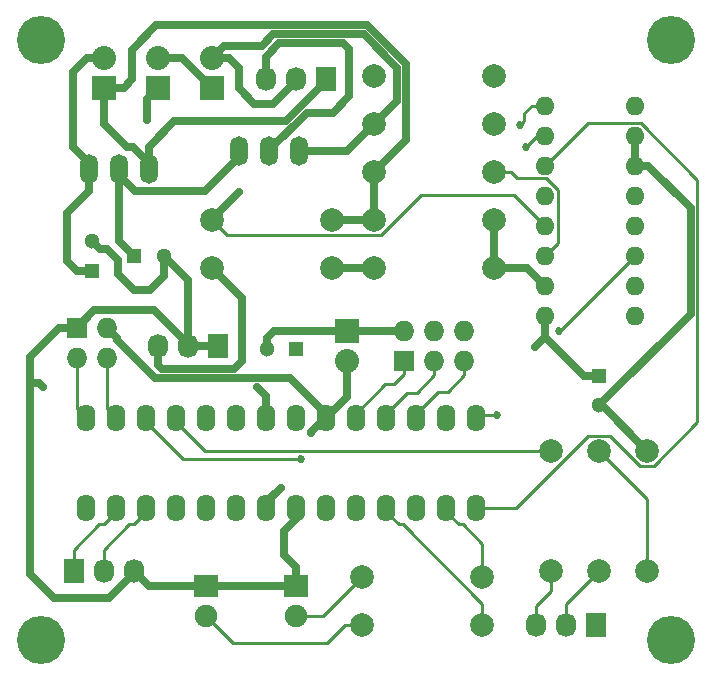
<source format=gbr>
G04 #@! TF.FileFunction,Copper,L2,Bot,Signal*
%FSLAX46Y46*%
G04 Gerber Fmt 4.6, Leading zero omitted, Abs format (unit mm)*
G04 Created by KiCad (PCBNEW 4.0.2-stable) date 2016-10-26 13:47:51*
%MOMM*%
G01*
G04 APERTURE LIST*
%ADD10C,0.100000*%
%ADD11R,1.300000X1.300000*%
%ADD12C,1.300000*%
%ADD13R,2.000000X1.900000*%
%ADD14C,1.900000*%
%ADD15R,1.727200X1.727200*%
%ADD16O,1.727200X1.727200*%
%ADD17R,1.727200X2.032000*%
%ADD18O,1.727200X2.032000*%
%ADD19R,2.032000X2.032000*%
%ADD20O,2.032000X2.032000*%
%ADD21C,1.998980*%
%ADD22O,1.501140X2.499360*%
%ADD23O,1.600000X1.600000*%
%ADD24O,1.600000X2.300000*%
%ADD25C,4.064000*%
%ADD26C,0.685800*%
%ADD27C,0.635000*%
%ADD28C,0.254000*%
G04 APERTURE END LIST*
D10*
D11*
X140970000Y-59182000D03*
D12*
X138470000Y-59182000D03*
D11*
X123698000Y-52578000D03*
D12*
X123698000Y-50078000D03*
D11*
X127254000Y-51308000D03*
D12*
X129754000Y-51308000D03*
D11*
X166624000Y-61468000D03*
D12*
X166624000Y-63968000D03*
D13*
X140970000Y-79248000D03*
D14*
X140970000Y-81788000D03*
D13*
X133350000Y-79248000D03*
D14*
X133350000Y-81788000D03*
D15*
X150114000Y-60198000D03*
D16*
X150114000Y-57658000D03*
X152654000Y-60198000D03*
X152654000Y-57658000D03*
X155194000Y-60198000D03*
X155194000Y-57658000D03*
D17*
X166370000Y-82550000D03*
D18*
X163830000Y-82550000D03*
X161290000Y-82550000D03*
D19*
X145288000Y-57658000D03*
D20*
X145288000Y-60198000D03*
D19*
X124714000Y-37084000D03*
D20*
X124714000Y-34544000D03*
D17*
X122174000Y-77978000D03*
D18*
X124714000Y-77978000D03*
X127254000Y-77978000D03*
D19*
X133858000Y-37084000D03*
D20*
X133858000Y-34544000D03*
D19*
X129286000Y-37084000D03*
D20*
X129286000Y-34544000D03*
D21*
X156718000Y-78486000D03*
X146558000Y-78486000D03*
X170688000Y-67818000D03*
X170688000Y-77978000D03*
X156718000Y-82550000D03*
X146558000Y-82550000D03*
X166624000Y-77978000D03*
X166624000Y-67818000D03*
X147574000Y-36068000D03*
X157734000Y-36068000D03*
X162560000Y-67818000D03*
X162560000Y-77978000D03*
X144018000Y-52324000D03*
X133858000Y-52324000D03*
X157734000Y-48260000D03*
X147574000Y-48260000D03*
X147574000Y-52324000D03*
X157734000Y-52324000D03*
X157734000Y-44196000D03*
X147574000Y-44196000D03*
X147574000Y-40132000D03*
X157734000Y-40132000D03*
X144018000Y-48260000D03*
X133858000Y-48260000D03*
D17*
X134366000Y-58928000D03*
D18*
X131826000Y-58928000D03*
X129286000Y-58928000D03*
D17*
X143510000Y-36322000D03*
D18*
X140970000Y-36322000D03*
X138430000Y-36322000D03*
D22*
X125984000Y-43942000D03*
X128524000Y-43942000D03*
X123444000Y-43942000D03*
X138684000Y-42418000D03*
X141224000Y-42418000D03*
X136144000Y-42418000D03*
D15*
X122428000Y-57404000D03*
D16*
X124968000Y-57404000D03*
X122428000Y-59944000D03*
X124968000Y-59944000D03*
D23*
X169672000Y-56388000D03*
X169672000Y-53848000D03*
X169672000Y-51308000D03*
X169672000Y-48768000D03*
X169672000Y-46228000D03*
X169672000Y-43688000D03*
X169672000Y-41148000D03*
X169672000Y-38608000D03*
X162052000Y-38608000D03*
X162052000Y-41148000D03*
X162052000Y-43688000D03*
X162052000Y-46228000D03*
X162052000Y-48768000D03*
X162052000Y-51308000D03*
X162052000Y-53848000D03*
X162052000Y-56388000D03*
D24*
X123190000Y-72644000D03*
X125730000Y-72644000D03*
X128270000Y-72644000D03*
X130810000Y-72644000D03*
X133350000Y-72644000D03*
X135890000Y-72644000D03*
X138430000Y-72644000D03*
X140970000Y-72644000D03*
X143510000Y-72644000D03*
X146050000Y-72644000D03*
X148590000Y-72644000D03*
X151130000Y-72644000D03*
X153670000Y-72644000D03*
X156210000Y-72644000D03*
X156210000Y-65024000D03*
X153670000Y-65024000D03*
X151130000Y-65024000D03*
X148590000Y-65024000D03*
X146050000Y-65024000D03*
X143510000Y-65024000D03*
X140970000Y-65024000D03*
X138430000Y-65024000D03*
X135890000Y-65024000D03*
X133350000Y-65024000D03*
X130810000Y-65024000D03*
X128270000Y-65024000D03*
X125730000Y-65024000D03*
X123190000Y-65024000D03*
D25*
X119380000Y-33020000D03*
X172720000Y-33020000D03*
X172720000Y-83820000D03*
X119380000Y-83820000D03*
D26*
X119557800Y-62458600D03*
X137668000Y-62433220D03*
X161213800Y-59029600D03*
X142265400Y-66344800D03*
X139674600Y-70942200D03*
X128371600Y-39852600D03*
X136169400Y-45897800D03*
X141427200Y-68478400D03*
X163245800Y-57658000D03*
X159969200Y-40233600D03*
X157988000Y-64770000D03*
X160426400Y-42062400D03*
D27*
X118440200Y-78282800D02*
X118440200Y-62280800D01*
X118440200Y-62280800D02*
X118440200Y-59893200D01*
X119557800Y-62458600D02*
X119214901Y-62115701D01*
X119214901Y-62115701D02*
X118605299Y-62115701D01*
X118605299Y-62115701D02*
X118440200Y-62280800D01*
X138430000Y-65024000D02*
X138430000Y-63195220D01*
X138430000Y-63195220D02*
X137668000Y-62433220D01*
X118440200Y-59893200D02*
X120929400Y-57404000D01*
X120929400Y-57404000D02*
X122428000Y-57404000D01*
X120446800Y-80289400D02*
X118440200Y-78282800D01*
X125095000Y-80289400D02*
X120446800Y-80289400D01*
X127254000Y-77978000D02*
X127254000Y-78130400D01*
X127254000Y-78130400D02*
X125095000Y-80289400D01*
X169672000Y-41148000D02*
X169672000Y-43688000D01*
X174371000Y-47255630D02*
X174371000Y-56221000D01*
X174371000Y-56221000D02*
X166624000Y-63968000D01*
X169672000Y-43688000D02*
X170803370Y-43688000D01*
X170803370Y-43688000D02*
X174371000Y-47255630D01*
X166624000Y-63968000D02*
X166838000Y-63968000D01*
X166838000Y-63968000D02*
X170688000Y-67818000D01*
X133350000Y-79248000D02*
X134985000Y-79248000D01*
X134985000Y-79248000D02*
X140970000Y-79248000D01*
X133350000Y-79248000D02*
X128524000Y-79248000D01*
X128524000Y-79248000D02*
X127254000Y-77978000D01*
X140970000Y-79248000D02*
X140970000Y-77663000D01*
X140970000Y-77663000D02*
X139928600Y-76621600D01*
X139928600Y-76621600D02*
X139928600Y-74625200D01*
X140970000Y-73583800D02*
X139928600Y-74625200D01*
X140970000Y-72644000D02*
X140970000Y-73583800D01*
X127076200Y-33858200D02*
X129133620Y-31800780D01*
X129133620Y-31800780D02*
X147000624Y-31800780D01*
X147000624Y-31800780D02*
X150291810Y-35091966D01*
X150291810Y-35091966D02*
X150291810Y-41478190D01*
X150291810Y-41478190D02*
X148573489Y-43196511D01*
X148573489Y-43196511D02*
X147574000Y-44196000D01*
X127076200Y-36372800D02*
X127076200Y-33858200D01*
X124714000Y-37084000D02*
X126365000Y-37084000D01*
X126365000Y-37084000D02*
X127076200Y-36372800D01*
X145288000Y-57658000D02*
X150114000Y-57658000D01*
X138470000Y-59182000D02*
X138470000Y-58262762D01*
X138470000Y-58262762D02*
X139074762Y-57658000D01*
X139074762Y-57658000D02*
X143637000Y-57658000D01*
X143637000Y-57658000D02*
X145288000Y-57658000D01*
X122428000Y-57404000D02*
X123901200Y-55930800D01*
X123901200Y-55930800D02*
X128981200Y-55930800D01*
X128981200Y-55930800D02*
X131826000Y-58775600D01*
X131826000Y-58775600D02*
X131826000Y-58928000D01*
X147574000Y-48260000D02*
X147574000Y-44196000D01*
X144018000Y-48260000D02*
X147574000Y-48260000D01*
X128574800Y-54203600D02*
X129754000Y-53024400D01*
X129754000Y-53024400D02*
X129754000Y-51308000D01*
X127228600Y-54203600D02*
X128574800Y-54203600D01*
X125857000Y-52832000D02*
X127228600Y-54203600D01*
X125857000Y-51663600D02*
X125857000Y-52832000D01*
X124921399Y-50727999D02*
X125857000Y-51663600D01*
X123698000Y-50078000D02*
X124347999Y-50727999D01*
X124347999Y-50727999D02*
X124921399Y-50727999D01*
X131826000Y-58928000D02*
X134366000Y-58928000D01*
X129754000Y-51308000D02*
X131826000Y-53380000D01*
X131826000Y-53380000D02*
X131826000Y-58928000D01*
X130677920Y-39903400D02*
X140081000Y-39903400D01*
X140081000Y-39903400D02*
X143510000Y-36474400D01*
X143510000Y-36474400D02*
X143510000Y-36322000D01*
X128524000Y-43942000D02*
X128524000Y-42057320D01*
X128524000Y-42057320D02*
X130677920Y-39903400D01*
X124714000Y-37084000D02*
X124714000Y-40132000D01*
X127138430Y-42057320D02*
X128524000Y-43442890D01*
X124714000Y-40132000D02*
X126639320Y-42057320D01*
X126639320Y-42057320D02*
X127138430Y-42057320D01*
X128524000Y-43442890D02*
X128524000Y-43942000D01*
X121564400Y-51729400D02*
X121564400Y-47706280D01*
X121564400Y-47706280D02*
X123444000Y-45826680D01*
X123444000Y-45826680D02*
X123444000Y-43942000D01*
X123698000Y-52578000D02*
X122413000Y-52578000D01*
X122413000Y-52578000D02*
X121564400Y-51729400D01*
X124714000Y-34544000D02*
X123277160Y-34544000D01*
X123277160Y-34544000D02*
X122058430Y-35762730D01*
X122058430Y-35762730D02*
X122058430Y-42057320D01*
X122058430Y-42057320D02*
X123444000Y-43442890D01*
X123444000Y-43442890D02*
X123444000Y-43942000D01*
X144018000Y-52324000D02*
X147574000Y-52324000D01*
X136144000Y-42418000D02*
X136144000Y-42917110D01*
X133234430Y-45826680D02*
X127369570Y-45826680D01*
X136144000Y-42917110D02*
X133234430Y-45826680D01*
X127369570Y-45826680D02*
X125984000Y-44441110D01*
X125984000Y-44441110D02*
X125984000Y-43942000D01*
X125984000Y-43942000D02*
X125984000Y-50038000D01*
X125984000Y-50038000D02*
X127254000Y-51308000D01*
X161213800Y-59029600D02*
X161556699Y-58686701D01*
X161556699Y-58686701D02*
X161556699Y-58676301D01*
X161556699Y-58676301D02*
X162052000Y-58181000D01*
X142265400Y-66344800D02*
X142265400Y-66268600D01*
X142265400Y-66268600D02*
X143510000Y-65024000D01*
X138430000Y-72644000D02*
X138430000Y-72186800D01*
X138430000Y-72186800D02*
X139674600Y-70942200D01*
X143510000Y-65374000D02*
X143510000Y-65024000D01*
X166624000Y-61468000D02*
X165339000Y-61468000D01*
X165339000Y-61468000D02*
X162052000Y-58181000D01*
X162052000Y-58181000D02*
X162052000Y-57519370D01*
X162052000Y-57519370D02*
X162052000Y-56388000D01*
X125831599Y-58419999D02*
X129057410Y-61645810D01*
X143510000Y-64674000D02*
X143510000Y-65024000D01*
X129057410Y-61645810D02*
X140481810Y-61645810D01*
X140481810Y-61645810D02*
X143510000Y-64674000D01*
X124968000Y-57404000D02*
X125831599Y-58267599D01*
X125831599Y-58267599D02*
X125831599Y-58419999D01*
X145288000Y-60198000D02*
X145288000Y-63246000D01*
X145288000Y-63246000D02*
X143510000Y-65024000D01*
D28*
X146558000Y-78486000D02*
X143256000Y-81788000D01*
X143256000Y-81788000D02*
X140970000Y-81788000D01*
X143595108Y-84099400D02*
X135661400Y-84099400D01*
X135661400Y-84099400D02*
X133350000Y-81788000D01*
X146558000Y-82550000D02*
X145144508Y-82550000D01*
X145144508Y-82550000D02*
X143595108Y-84099400D01*
X122428000Y-59944000D02*
X122428000Y-64262000D01*
X122428000Y-64262000D02*
X123190000Y-65024000D01*
X124968000Y-59944000D02*
X124968000Y-64262000D01*
X124968000Y-64262000D02*
X125730000Y-65024000D01*
X153799114Y-62814200D02*
X152989800Y-62814200D01*
X152989800Y-62814200D02*
X151130000Y-64674000D01*
X151130000Y-64674000D02*
X151130000Y-65024000D01*
X155194000Y-60198000D02*
X155194000Y-61419314D01*
X155194000Y-61419314D02*
X153799114Y-62814200D01*
X151182914Y-62890400D02*
X150373600Y-62890400D01*
X150373600Y-62890400D02*
X148590000Y-64674000D01*
X148590000Y-64674000D02*
X148590000Y-65024000D01*
X152654000Y-60198000D02*
X152654000Y-61419314D01*
X152654000Y-61419314D02*
X151182914Y-62890400D01*
X149225000Y-62204600D02*
X148519400Y-62204600D01*
X148519400Y-62204600D02*
X146050000Y-64674000D01*
X146050000Y-64674000D02*
X146050000Y-65024000D01*
X150114000Y-60198000D02*
X150114000Y-61315600D01*
X150114000Y-61315600D02*
X149225000Y-62204600D01*
X166624000Y-77978000D02*
X163830000Y-80772000D01*
X163830000Y-80772000D02*
X163830000Y-82550000D01*
X162560000Y-79679800D02*
X161290000Y-80949800D01*
X161290000Y-80949800D02*
X161290000Y-82550000D01*
X162560000Y-77978000D02*
X162560000Y-79679800D01*
X122174000Y-77978000D02*
X122174000Y-76200000D01*
X122174000Y-76200000D02*
X124326000Y-74048000D01*
X124326000Y-74048000D02*
X124676000Y-74048000D01*
X124676000Y-74048000D02*
X125730000Y-72994000D01*
X125730000Y-72994000D02*
X125730000Y-72644000D01*
X124714000Y-77978000D02*
X124714000Y-76200000D01*
X124714000Y-76200000D02*
X126866000Y-74048000D01*
X126866000Y-74048000D02*
X127216000Y-74048000D01*
X127216000Y-74048000D02*
X128270000Y-72994000D01*
X128270000Y-72994000D02*
X128270000Y-72644000D01*
D27*
X129286000Y-34544000D02*
X131318000Y-34544000D01*
X131318000Y-34544000D02*
X133858000Y-37084000D01*
X149529800Y-35407600D02*
X149529800Y-38176200D01*
X149529800Y-38176200D02*
X147574000Y-40132000D01*
X146684990Y-32562790D02*
X149529800Y-35407600D01*
X138048999Y-33528001D02*
X139014210Y-32562790D01*
X139014210Y-32562790D02*
X146684990Y-32562790D01*
X133858000Y-34544000D02*
X134873999Y-33528001D01*
X134873999Y-33528001D02*
X138048999Y-33528001D01*
X141224000Y-42418000D02*
X145288000Y-42418000D01*
X145288000Y-42418000D02*
X147574000Y-40132000D01*
X136118600Y-37134800D02*
X136118600Y-35367760D01*
X136118600Y-35367760D02*
X135294840Y-34544000D01*
X135294840Y-34544000D02*
X133858000Y-34544000D01*
X137414000Y-38430200D02*
X136118600Y-37134800D01*
X139014200Y-38430200D02*
X137414000Y-38430200D01*
X140970000Y-36322000D02*
X140970000Y-36474400D01*
X140970000Y-36474400D02*
X139014200Y-38430200D01*
D28*
X162052000Y-48768000D02*
X159461200Y-46177200D01*
X159461200Y-46177200D02*
X151511968Y-46177200D01*
X151511968Y-46177200D02*
X148175677Y-49513491D01*
X148175677Y-49513491D02*
X135111491Y-49513491D01*
X135111491Y-49513491D02*
X134857489Y-49259489D01*
X134857489Y-49259489D02*
X133858000Y-48260000D01*
D27*
X128371600Y-39852600D02*
X128371600Y-37998400D01*
X128371600Y-37998400D02*
X129286000Y-37084000D01*
X133858000Y-48260000D02*
X133858000Y-48209200D01*
X133858000Y-48209200D02*
X136169400Y-45897800D01*
D28*
X156718000Y-78486000D02*
X156718000Y-75692000D01*
X156718000Y-75692000D02*
X155074000Y-74048000D01*
X155074000Y-74048000D02*
X154724000Y-74048000D01*
X154724000Y-74048000D02*
X153670000Y-72994000D01*
X153670000Y-72994000D02*
X153670000Y-72644000D01*
X166624000Y-67818000D02*
X170688000Y-71882000D01*
X170688000Y-71882000D02*
X170688000Y-77978000D01*
X156718000Y-82550000D02*
X156718000Y-80772000D01*
X156718000Y-80772000D02*
X149994000Y-74048000D01*
X148590000Y-72994000D02*
X148590000Y-72644000D01*
X149994000Y-74048000D02*
X149644000Y-74048000D01*
X149644000Y-74048000D02*
X148590000Y-72994000D01*
X162560000Y-67818000D02*
X133254000Y-67818000D01*
X133254000Y-67818000D02*
X130810000Y-65374000D01*
X130810000Y-65374000D02*
X130810000Y-65024000D01*
D27*
X129286000Y-58928000D02*
X129286000Y-60579000D01*
X129286000Y-60579000D02*
X129590800Y-60883800D01*
X136398000Y-60223400D02*
X136398000Y-54864000D01*
X129590800Y-60883800D02*
X135737600Y-60883800D01*
X136398000Y-54864000D02*
X133858000Y-52324000D01*
X135737600Y-60883800D02*
X136398000Y-60223400D01*
X157734000Y-52324000D02*
X160528000Y-52324000D01*
X160528000Y-52324000D02*
X162052000Y-53848000D01*
X157734000Y-52324000D02*
X157734000Y-48260000D01*
D28*
X162052000Y-51308000D02*
X163106001Y-50253999D01*
X163106001Y-50253999D02*
X163106001Y-45722079D01*
X163106001Y-45722079D02*
X162125923Y-44742001D01*
X162125923Y-44742001D02*
X159693493Y-44742001D01*
X159693493Y-44742001D02*
X159147492Y-44196000D01*
X159147492Y-44196000D02*
X157734000Y-44196000D01*
D27*
X138684000Y-42418000D02*
X138684000Y-42378044D01*
X138684000Y-42378044D02*
X141869844Y-39192200D01*
X141869844Y-39192200D02*
X144094200Y-39192200D01*
X139547600Y-33324800D02*
X138430000Y-34442400D01*
X144094200Y-39192200D02*
X145491200Y-37795200D01*
X145491200Y-37795200D02*
X145491200Y-33832800D01*
X145491200Y-33832800D02*
X144983200Y-33324800D01*
X144983200Y-33324800D02*
X139547600Y-33324800D01*
X138430000Y-34442400D02*
X138430000Y-36322000D01*
D28*
X141427200Y-68478400D02*
X131374400Y-68478400D01*
X131374400Y-68478400D02*
X128270000Y-65374000D01*
X128270000Y-65374000D02*
X128270000Y-65024000D01*
X169672000Y-51308000D02*
X163322000Y-57658000D01*
X163322000Y-57658000D02*
X163245800Y-57658000D01*
X160299400Y-39229230D02*
X160299400Y-39903400D01*
X160299400Y-39903400D02*
X159969200Y-40233600D01*
X162052000Y-38608000D02*
X160920630Y-38608000D01*
X160920630Y-38608000D02*
X160299400Y-39229230D01*
X157988000Y-64770000D02*
X156464000Y-64770000D01*
X156464000Y-64770000D02*
X156210000Y-65024000D01*
X162052000Y-41148000D02*
X161340800Y-41148000D01*
X161340800Y-41148000D02*
X160426400Y-42062400D01*
X162052000Y-43688000D02*
X165646001Y-40093999D01*
X171289677Y-69071491D02*
X170086323Y-69071491D01*
X165646001Y-40093999D02*
X170177921Y-40093999D01*
X165668659Y-66564509D02*
X159589168Y-72644000D01*
X170177921Y-40093999D02*
X174942510Y-44858588D01*
X174942510Y-44858588D02*
X174942510Y-65418658D01*
X170086323Y-69071491D02*
X167579341Y-66564509D01*
X174942510Y-65418658D02*
X171289677Y-69071491D01*
X167579341Y-66564509D02*
X165668659Y-66564509D01*
X159589168Y-72644000D02*
X157264000Y-72644000D01*
X157264000Y-72644000D02*
X156210000Y-72644000D01*
M02*

</source>
